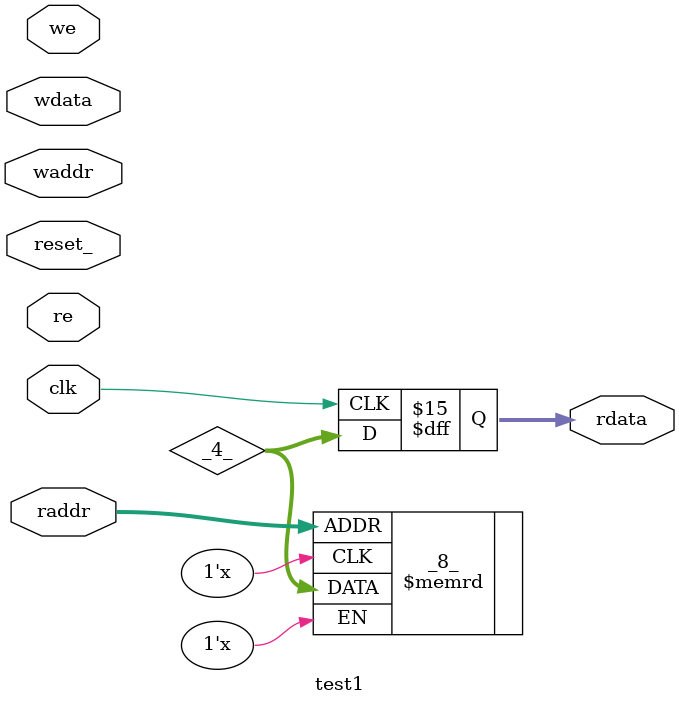
<source format=v>
/* Generated by Yosys 0.8+576 (git sha1 b5f1bd0, gcc 5.4.0-6ubuntu1~16.04.11 -fPIC -Os) */

(* cells_not_processed =  1  *)
(* src = "test.v:26" *)
module test1(clk, reset_, we, waddr, wdata, re, raddr, rdata);
  (* src = "test.v:39" *)
  reg [7:0] _0_;
  (* src = "test.v:39" *)
  reg [7:0] _1_;
  (* src = "test.v:39" *)
  reg [7:0] _2_;
  (* src = "test.v:39" *)
  reg [7:0] _3_;
  (* src = "test.v:44" *)
  wire [7:0] _4_;
  (* src = "test.v:42" *)
  reg [7:0] _5_;
  (* src = "test.v:42" *)
  reg [7:0] _6_;
  (* src = "test.v:42" *)
  reg [7:0] _7_;
  (* src = "test.v:28" *)
  input clk;
  (* src = "test.v:32" *)
  input [7:0] raddr;
  (* src = "test.v:35" *)
  output [7:0] rdata;
  reg [7:0] rdata;
  (* src = "test.v:31" *)
  input re;
  (* src = "test.v:29" *)
  input reset_;
  (* src = "test.v:32" *)
  input [7:0] waddr;
  (* src = "test.v:33" *)
  input [7:0] wdata;
  (* src = "test.v:31" *)
  input we;
  (* src = "test.v:37" *)
  reg [7:0] mem [255:0];
  (* src = "test.v:44" *)
  \$memrd  #(
    .ABITS(32'd8),
    .CLK_ENABLE(32'd0),
    .CLK_POLARITY(32'd0),
    .MEMID("\\mem"),
    .TRANSPARENT(32'd0),
    .WIDTH(32'd8)
  ) _8_ (
    .ADDR(raddr),
    .CLK(1'hx),
    .DATA(_4_),
    .EN(1'hx)
  );
  (* src = "test.v:42" *)
  \$memwr  #(
    .ABITS(32'd8),
    .CLK_ENABLE(32'd0),
    .CLK_POLARITY(32'd0),
    .MEMID("\\mem"),
    .PRIORITY(32'd10),
    .WIDTH(32'd8)
  ) _9_ (
    .ADDR(_5_),
    .CLK(1'hx),
    .DATA(_6_),
    .EN(_7_)
  );
  always @* begin
    _0_ = 8'hxx;
    _1_ = 8'hxx;
    _2_ = 8'h00;
    _3_ = _4_;
    casez (we)
      1'h1:
        begin
          _0_ = waddr;
          _1_ = wdata;
          _2_ = 8'hff;
        end
      default:
          /* empty */;
    endcase
  end
  always @(posedge clk) begin
      rdata <= _3_;
      _5_ <= _0_;
      _6_ <= _1_;
      _7_ <= _2_;
  end
endmodule

</source>
